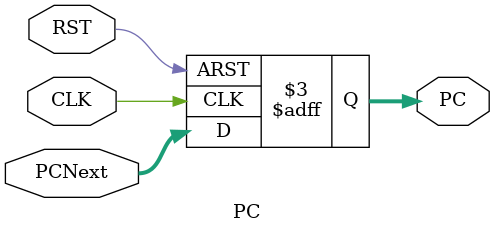
<source format=v>
/*
   Created by : Mohamed Hazem Mamdouh
   12-08-2023
   7:30 PM
 */
//***************  PROGRAM COUNTER  ***************//
module PC #(parameter width = 32 )
           (
            input wire [width-1 : 0] PCNext ,
            input wire CLK ,
	          input wire RST ,
	          output reg [width-1 : 0] PC 
    );
  
  always @(posedge CLK or negedge RST)
  begin
   if(!RST)
     begin
       PC <= 32'b0 ;
     end
   else
	    begin
		     PC <= PCNext ;
		  end
	 end	

endmodule

</source>
